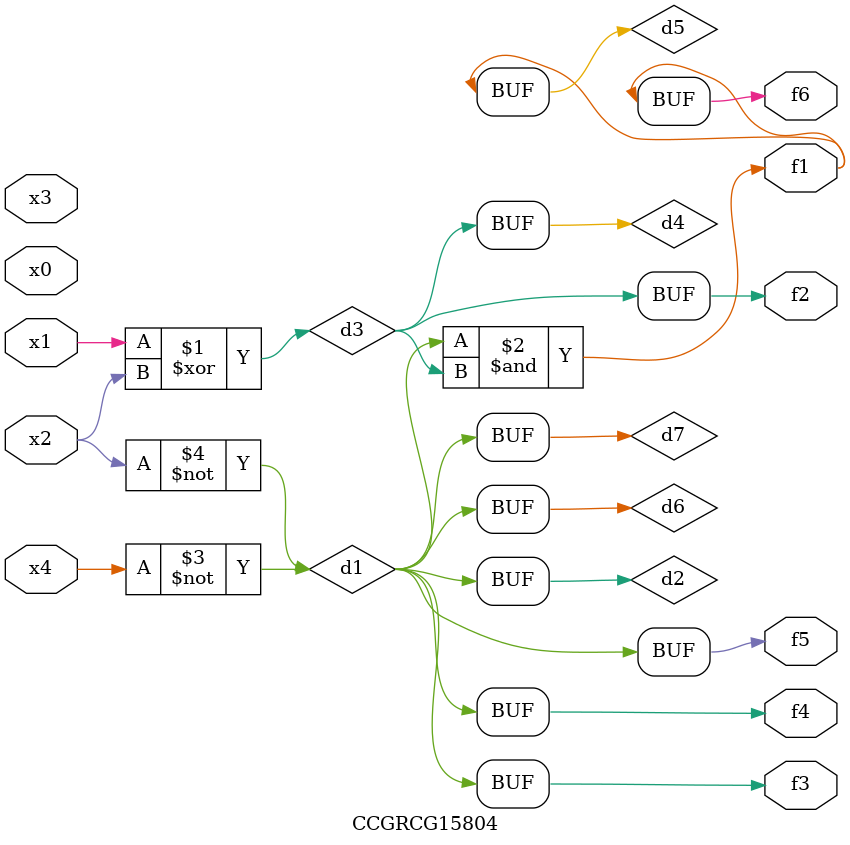
<source format=v>
module CCGRCG15804(
	input x0, x1, x2, x3, x4,
	output f1, f2, f3, f4, f5, f6
);

	wire d1, d2, d3, d4, d5, d6, d7;

	not (d1, x4);
	not (d2, x2);
	xor (d3, x1, x2);
	buf (d4, d3);
	and (d5, d1, d3);
	buf (d6, d1, d2);
	buf (d7, d2);
	assign f1 = d5;
	assign f2 = d4;
	assign f3 = d7;
	assign f4 = d7;
	assign f5 = d7;
	assign f6 = d5;
endmodule

</source>
